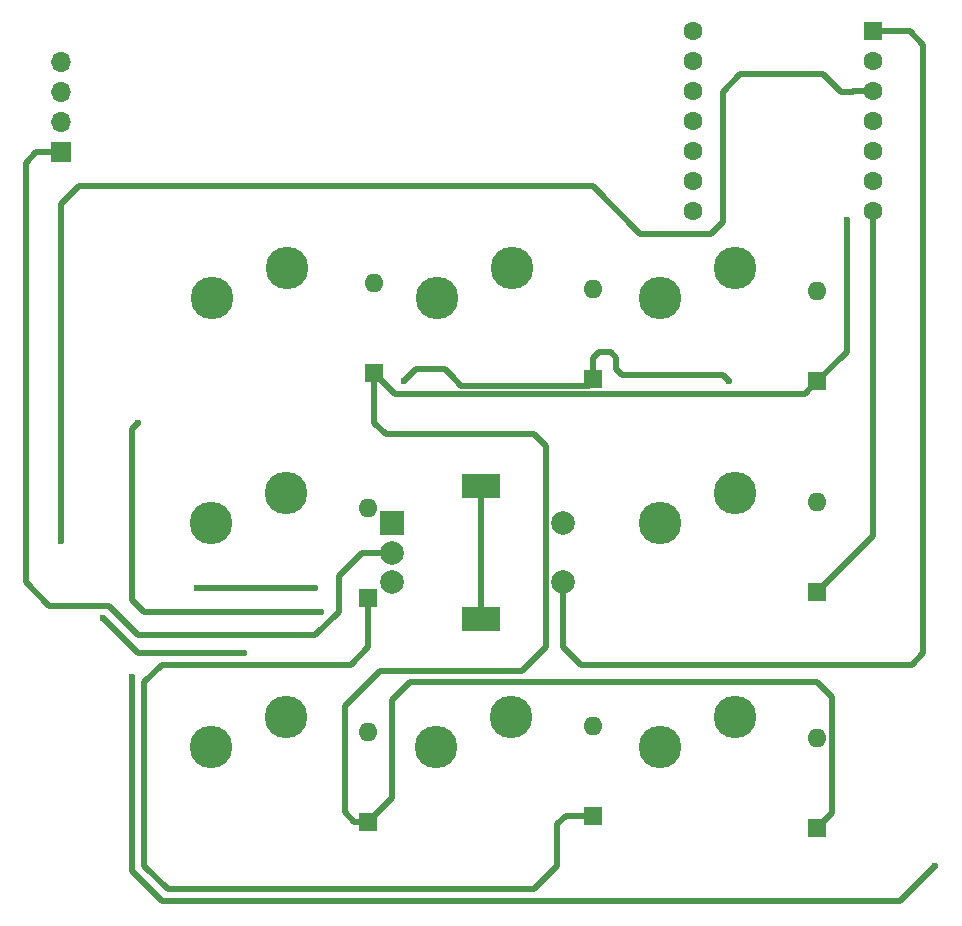
<source format=gbr>
%TF.GenerationSoftware,KiCad,Pcbnew,8.0.6*%
%TF.CreationDate,2024-10-30T00:35:20-04:00*%
%TF.ProjectId,MyHackpad,4d794861-636b-4706-9164-2e6b69636164,rev?*%
%TF.SameCoordinates,Original*%
%TF.FileFunction,Copper,L1,Top*%
%TF.FilePolarity,Positive*%
%FSLAX46Y46*%
G04 Gerber Fmt 4.6, Leading zero omitted, Abs format (unit mm)*
G04 Created by KiCad (PCBNEW 8.0.6) date 2024-10-30 00:35:20*
%MOMM*%
%LPD*%
G01*
G04 APERTURE LIST*
%TA.AperFunction,ComponentPad*%
%ADD10C,3.600000*%
%TD*%
%TA.AperFunction,ComponentPad*%
%ADD11R,1.600000X1.600000*%
%TD*%
%TA.AperFunction,ComponentPad*%
%ADD12O,1.600000X1.600000*%
%TD*%
%TA.AperFunction,ComponentPad*%
%ADD13R,2.000000X2.000000*%
%TD*%
%TA.AperFunction,ComponentPad*%
%ADD14C,2.000000*%
%TD*%
%TA.AperFunction,ComponentPad*%
%ADD15R,3.200000X2.000000*%
%TD*%
%TA.AperFunction,ComponentPad*%
%ADD16R,1.700000X1.700000*%
%TD*%
%TA.AperFunction,ComponentPad*%
%ADD17O,1.700000X1.700000*%
%TD*%
%TA.AperFunction,ComponentPad*%
%ADD18C,1.600000*%
%TD*%
%TA.AperFunction,ViaPad*%
%ADD19C,0.600000*%
%TD*%
%TA.AperFunction,Conductor*%
%ADD20C,0.500000*%
%TD*%
G04 APERTURE END LIST*
D10*
%TO.P,K6,1,1*%
%TO.N,COL3*%
X48190000Y-75460000D03*
%TO.P,K6,2,2*%
%TO.N,Net-(D6-A)*%
X54540000Y-72920000D03*
%TD*%
D11*
%TO.P,D1,1,K*%
%TO.N,ROW1*%
X43000000Y-43810000D03*
D12*
%TO.P,D1,2,A*%
%TO.N,Net-(D1-A)*%
X43000000Y-36190000D03*
%TD*%
D11*
%TO.P,D6,1,K*%
%TO.N,ROW2*%
X61500000Y-81310000D03*
D12*
%TO.P,D6,2,A*%
%TO.N,Net-(D6-A)*%
X61500000Y-73690000D03*
%TD*%
D10*
%TO.P,K5,1,1*%
%TO.N,COL3*%
X67190000Y-75460000D03*
%TO.P,K5,2,2*%
%TO.N,Net-(D5-A)*%
X73540000Y-72920000D03*
%TD*%
D13*
%TO.P,SW1,A,A*%
%TO.N,ROTA1*%
X44500000Y-56500000D03*
D14*
%TO.P,SW1,B,B*%
%TO.N,ROTB1*%
X44500000Y-61500000D03*
%TO.P,SW1,C,C*%
%TO.N,GND*%
X44500000Y-59000000D03*
D15*
%TO.P,SW1,MP*%
%TO.N,N/C*%
X52000000Y-53400000D03*
X52000000Y-64600000D03*
D14*
%TO.P,SW1,S1,S1*%
%TO.N,ROTSW1*%
X59000000Y-61500000D03*
%TO.P,SW1,S2,S2*%
%TO.N,GND*%
X59000000Y-56500000D03*
%TD*%
D11*
%TO.P,D4,1,K*%
%TO.N,ROW2*%
X80500000Y-62310000D03*
D12*
%TO.P,D4,2,A*%
%TO.N,Net-(D4-A)*%
X80500000Y-54690000D03*
%TD*%
D10*
%TO.P,K7,1,1*%
%TO.N,COL4*%
X29190000Y-75460000D03*
%TO.P,K7,2,2*%
%TO.N,Net-(D7-A)*%
X35540000Y-72920000D03*
%TD*%
D11*
%TO.P,D3,1,K*%
%TO.N,ROW1*%
X80500000Y-44500000D03*
D12*
%TO.P,D3,2,A*%
%TO.N,Net-(D3-A)*%
X80500000Y-36880000D03*
%TD*%
D16*
%TO.P,J1,1,GND*%
%TO.N,GND*%
X16500000Y-25120000D03*
D17*
%TO.P,J1,2,VCC*%
%TO.N,+3V3R*%
X16500000Y-22580000D03*
%TO.P,J1,3,SCL*%
%TO.N,SCL*%
X16500000Y-20040000D03*
%TO.P,J1,4,SDA*%
%TO.N,SDA*%
X16500000Y-17500000D03*
%TD*%
D11*
%TO.P,D8,1,K*%
%TO.N,ROW2*%
X42500000Y-62810000D03*
D12*
%TO.P,D8,2,A*%
%TO.N,Net-(D8-A)*%
X42500000Y-55190000D03*
%TD*%
D10*
%TO.P,K4,1,1*%
%TO.N,COL2*%
X67190000Y-56460000D03*
%TO.P,K4,2,2*%
%TO.N,Net-(D4-A)*%
X73540000Y-53920000D03*
%TD*%
%TO.P,K1,1,1*%
%TO.N,COL1*%
X29270000Y-37460000D03*
%TO.P,K1,2,2*%
%TO.N,Net-(D1-A)*%
X35620000Y-34920000D03*
%TD*%
D11*
%TO.P,D5,1,K*%
%TO.N,ROW1*%
X80500000Y-82310000D03*
D12*
%TO.P,D5,2,A*%
%TO.N,Net-(D5-A)*%
X80500000Y-74690000D03*
%TD*%
D11*
%TO.P,D2,1,K*%
%TO.N,ROW2*%
X61500000Y-44310000D03*
D12*
%TO.P,D2,2,A*%
%TO.N,unconnected-(D2-A-Pad2)*%
X61500000Y-36690000D03*
%TD*%
D10*
%TO.P,K8,1,1*%
%TO.N,COL4*%
X29190000Y-56460000D03*
%TO.P,K8,2,2*%
%TO.N,Net-(D8-A)*%
X35540000Y-53920000D03*
%TD*%
D11*
%TO.P,D7,1,K*%
%TO.N,ROW1*%
X42500000Y-81810000D03*
D12*
%TO.P,D7,2,A*%
%TO.N,Net-(D7-A)*%
X42500000Y-74190000D03*
%TD*%
D10*
%TO.P,K2,1,1*%
%TO.N,unconnected-(K2-Pad1)*%
X48270000Y-37460000D03*
%TO.P,K2,2,2*%
%TO.N,unconnected-(K2-Pad2)*%
X54620000Y-34920000D03*
%TD*%
%TO.P,K3,1,1*%
%TO.N,COL2*%
X67190000Y-37460000D03*
%TO.P,K3,2,2*%
%TO.N,Net-(D3-A)*%
X73540000Y-34920000D03*
%TD*%
D11*
%TO.P,U2,1,PA02_A0_D0*%
%TO.N,ROTSW1*%
X85240000Y-14880000D03*
D18*
%TO.P,U2,2,PA4_A1_D1*%
%TO.N,ROTA1*%
X85240000Y-17420000D03*
%TO.P,U2,3,PA10_A2_D2*%
%TO.N,ROTB1*%
X85240000Y-19960000D03*
%TO.P,U2,4,PA11_A3_D3*%
%TO.N,ROW1*%
X85240000Y-22500000D03*
%TO.P,U2,5,PA8_A4_D4_SDA*%
%TO.N,SDA*%
X85240000Y-25040000D03*
%TO.P,U2,6,PA9_A5_D5_SCL*%
%TO.N,SCL*%
X85240000Y-27580000D03*
%TO.P,U2,7,PB08_A6_D6_TX*%
%TO.N,ROW2*%
X85240000Y-30120000D03*
%TO.P,U2,8,PB09_A7_D7_RX*%
%TO.N,COL1*%
X70000000Y-30120000D03*
%TO.P,U2,9,PA7_A8_D8_SCK*%
%TO.N,COL2*%
X70000000Y-27580000D03*
%TO.P,U2,10,PA5_A9_D9_MISO*%
%TO.N,COL3*%
X70000000Y-25040000D03*
%TO.P,U2,11,PA6_A10_D10_MOSI*%
%TO.N,COL4*%
X70000000Y-22500000D03*
%TO.P,U2,12,3V3*%
%TO.N,unconnected-(U2-3V3-Pad12)*%
X70000000Y-19960000D03*
%TO.P,U2,13,GND*%
%TO.N,GND*%
X70000000Y-17420000D03*
%TO.P,U2,14,5V*%
%TO.N,VCC*%
X70000000Y-14880000D03*
%TD*%
D19*
%TO.N,ROW1*%
X83000000Y-30820000D03*
%TO.N,ROTA1*%
X28000000Y-62000000D03*
X38000000Y-62000000D03*
X90500000Y-85500000D03*
X22500000Y-69500000D03*
%TO.N,ROTB1*%
X16500000Y-58000000D03*
X32000000Y-67500000D03*
X20000000Y-64500000D03*
%TO.N,ROW2*%
X45500000Y-44500000D03*
X23000000Y-48000000D03*
X73000000Y-44500000D03*
X38500000Y-64000000D03*
%TD*%
D20*
%TO.N,*%
X52000000Y-53400000D02*
X52000000Y-64600000D01*
%TO.N,ROW1*%
X44750000Y-45560000D02*
X43000000Y-43810000D01*
X80500000Y-82310000D02*
X81750000Y-81060000D01*
X43000000Y-48000000D02*
X43000000Y-43810000D01*
X44500000Y-71500000D02*
X44500000Y-79810000D01*
X81750000Y-71250000D02*
X80500000Y-70000000D01*
X57500000Y-67000000D02*
X57500000Y-50000000D01*
X83000000Y-42000000D02*
X80500000Y-44500000D01*
X80500000Y-70000000D02*
X46000000Y-70000000D01*
X41310000Y-81810000D02*
X40500000Y-81000000D01*
X83000000Y-30820000D02*
X83000000Y-42000000D01*
X42500000Y-81810000D02*
X41310000Y-81810000D01*
X40500000Y-81000000D02*
X40500000Y-72000000D01*
X43500000Y-69000000D02*
X55500000Y-69000000D01*
X55500000Y-69000000D02*
X57500000Y-67000000D01*
X81750000Y-81060000D02*
X81750000Y-71250000D01*
X57500000Y-50000000D02*
X56500000Y-49000000D01*
X80500000Y-44500000D02*
X79440000Y-45560000D01*
X46000000Y-70000000D02*
X44500000Y-71500000D01*
X40500000Y-72000000D02*
X43500000Y-69000000D01*
X44500000Y-79810000D02*
X42500000Y-81810000D01*
X56500000Y-49000000D02*
X44000000Y-49000000D01*
X44000000Y-49000000D02*
X43000000Y-48000000D01*
X79440000Y-45560000D02*
X44750000Y-45560000D01*
%TO.N,GND*%
X38000000Y-66000000D02*
X40000000Y-64000000D01*
X40000000Y-61000000D02*
X42000000Y-59000000D01*
X20500000Y-63500000D02*
X23000000Y-66000000D01*
X40000000Y-64000000D02*
X40000000Y-61000000D01*
X14380000Y-25120000D02*
X13500000Y-26000000D01*
X13500000Y-26000000D02*
X13500000Y-61500000D01*
X23000000Y-66000000D02*
X38000000Y-66000000D01*
X16500000Y-25120000D02*
X14380000Y-25120000D01*
X15500000Y-63500000D02*
X20500000Y-63500000D01*
X13500000Y-61500000D02*
X15500000Y-63500000D01*
X42000000Y-59000000D02*
X44500000Y-59000000D01*
%TO.N,ROTA1*%
X25000000Y-88500000D02*
X22500000Y-86000000D01*
X22500000Y-86000000D02*
X22500000Y-69500000D01*
X90500000Y-85500000D02*
X87500000Y-88500000D01*
X28000000Y-62000000D02*
X38000000Y-62000000D01*
X87000000Y-88500000D02*
X25000000Y-88500000D01*
X87500000Y-88500000D02*
X87000000Y-88500000D01*
%TO.N,ROTB1*%
X72500000Y-31000000D02*
X72500000Y-20000000D01*
X32000000Y-67500000D02*
X23000000Y-67500000D01*
X65500000Y-32000000D02*
X71500000Y-32000000D01*
X18000000Y-28000000D02*
X61500000Y-28000000D01*
X83500000Y-20000000D02*
X83540000Y-19960000D01*
X82500000Y-20000000D02*
X83500000Y-20000000D01*
X74000000Y-18500000D02*
X81000000Y-18500000D01*
X61500000Y-28000000D02*
X65500000Y-32000000D01*
X83540000Y-19960000D02*
X85240000Y-19960000D01*
X16500000Y-29500000D02*
X18000000Y-28000000D01*
X72500000Y-20000000D02*
X74000000Y-18500000D01*
X23000000Y-67500000D02*
X20000000Y-64500000D01*
X16500000Y-58000000D02*
X16500000Y-29500000D01*
X81000000Y-18500000D02*
X82500000Y-20000000D01*
X71500000Y-32000000D02*
X72500000Y-31000000D01*
%TO.N,ROTSW1*%
X88500000Y-68500000D02*
X89500000Y-67500000D01*
X88380000Y-14880000D02*
X85240000Y-14880000D01*
X60500000Y-68500000D02*
X88500000Y-68500000D01*
X59000000Y-67000000D02*
X60500000Y-68500000D01*
X59000000Y-61500000D02*
X59000000Y-67000000D01*
X89500000Y-16000000D02*
X88380000Y-14880000D01*
X89500000Y-67500000D02*
X89500000Y-16000000D01*
%TO.N,ROW2*%
X61500000Y-44310000D02*
X61500000Y-42500000D01*
X72500000Y-44000000D02*
X73000000Y-44500000D01*
X23000000Y-48000000D02*
X22500000Y-48500000D01*
X49000000Y-43500000D02*
X46500000Y-43500000D01*
X23500000Y-64000000D02*
X38500000Y-64000000D01*
X46500000Y-43500000D02*
X45500000Y-44500000D01*
X85240000Y-57570000D02*
X85240000Y-30120000D01*
X49500000Y-44000000D02*
X49000000Y-43500000D01*
X61500000Y-44500000D02*
X61140000Y-44860000D01*
X58500000Y-85500000D02*
X58500000Y-82000000D01*
X63000000Y-42000000D02*
X63500000Y-42500000D01*
X50360000Y-44860000D02*
X49500000Y-44000000D01*
X41000000Y-68500000D02*
X25000000Y-68500000D01*
X23500000Y-70000000D02*
X23500000Y-85500000D01*
X61500000Y-44310000D02*
X61500000Y-44500000D01*
X58500000Y-82000000D02*
X59190000Y-81310000D01*
X25500000Y-87500000D02*
X56500000Y-87500000D01*
X63500000Y-43500000D02*
X64000000Y-44000000D01*
X22500000Y-48500000D02*
X22500000Y-63000000D01*
X63500000Y-42500000D02*
X63500000Y-43500000D01*
X22500000Y-63000000D02*
X23500000Y-64000000D01*
X59190000Y-81310000D02*
X61500000Y-81310000D01*
X42500000Y-67000000D02*
X41000000Y-68500000D01*
X64000000Y-44000000D02*
X72500000Y-44000000D01*
X61500000Y-42500000D02*
X62000000Y-42000000D01*
X25000000Y-68500000D02*
X23500000Y-70000000D01*
X80500000Y-62310000D02*
X85240000Y-57570000D01*
X56500000Y-87500000D02*
X58500000Y-85500000D01*
X23500000Y-85500000D02*
X25500000Y-87500000D01*
X62000000Y-42000000D02*
X63000000Y-42000000D01*
X42500000Y-62810000D02*
X42500000Y-67000000D01*
X61140000Y-44860000D02*
X50360000Y-44860000D01*
%TD*%
M02*

</source>
